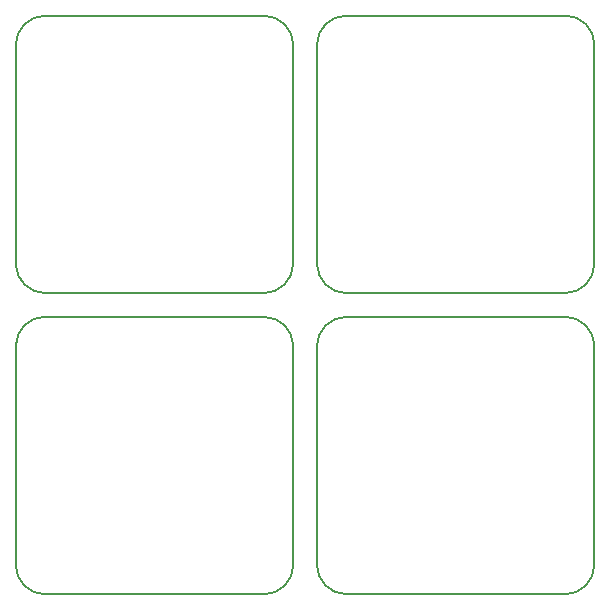
<source format=gbr>
G04 (created by PCBNEW (2013-03-02 BZR 3981)-testing) date Tue 05 Mar 2013 10:50:34 AM CET*
%MOIN*%
G04 Gerber Fmt 3.4, Leading zero omitted, Abs format*
%FSLAX34Y34*%
G01*
G70*
G90*
G04 APERTURE LIST*
%ADD10C,3.14961e-06*%
%ADD11C,0.00787402*%
G04 APERTURE END LIST*
G54D10*
G54D11*
X48129Y-13090D02*
X40846Y-13090D01*
X49114Y-21358D02*
X49114Y-14074D01*
X40846Y-22342D02*
X48129Y-22342D01*
X39862Y-14074D02*
X39862Y-21358D01*
X39862Y-21358D02*
G75*
G03X40846Y-22342I984J0D01*
G74*
G01*
X48129Y-22342D02*
G75*
G03X49114Y-21358I0J984D01*
G74*
G01*
X49114Y-14074D02*
G75*
G03X48129Y-13090I-984J0D01*
G74*
G01*
X40846Y-13090D02*
G75*
G03X39862Y-14074I0J-984D01*
G74*
G01*
X30807Y-13090D02*
G75*
G03X29822Y-14074I0J-984D01*
G74*
G01*
X39074Y-14074D02*
G75*
G03X38090Y-13090I-984J0D01*
G74*
G01*
X38090Y-22342D02*
G75*
G03X39074Y-21358I0J984D01*
G74*
G01*
X29822Y-21358D02*
G75*
G03X30807Y-22342I984J0D01*
G74*
G01*
X29822Y-14074D02*
X29822Y-21358D01*
X30807Y-22342D02*
X38090Y-22342D01*
X39074Y-21358D02*
X39074Y-14074D01*
X38090Y-13090D02*
X30807Y-13090D01*
X38090Y-23129D02*
X30807Y-23129D01*
X39074Y-31397D02*
X39074Y-24114D01*
X30807Y-32381D02*
X38090Y-32381D01*
X29822Y-24114D02*
X29822Y-31397D01*
X29822Y-31397D02*
G75*
G03X30807Y-32381I984J0D01*
G74*
G01*
X38090Y-32381D02*
G75*
G03X39074Y-31397I0J984D01*
G74*
G01*
X39074Y-24114D02*
G75*
G03X38090Y-23129I-984J0D01*
G74*
G01*
X30807Y-23129D02*
G75*
G03X29822Y-24114I0J-984D01*
G74*
G01*
X40846Y-23129D02*
G75*
G03X39862Y-24114I0J-984D01*
G74*
G01*
X49114Y-24114D02*
G75*
G03X48129Y-23129I-984J0D01*
G74*
G01*
X48129Y-32381D02*
G75*
G03X49114Y-31397I0J984D01*
G74*
G01*
X39862Y-31397D02*
G75*
G03X40846Y-32381I984J0D01*
G74*
G01*
X39862Y-24114D02*
X39862Y-31397D01*
X40846Y-32381D02*
X48129Y-32381D01*
X49114Y-31397D02*
X49114Y-24114D01*
X48129Y-23129D02*
X40846Y-23129D01*
M02*

</source>
